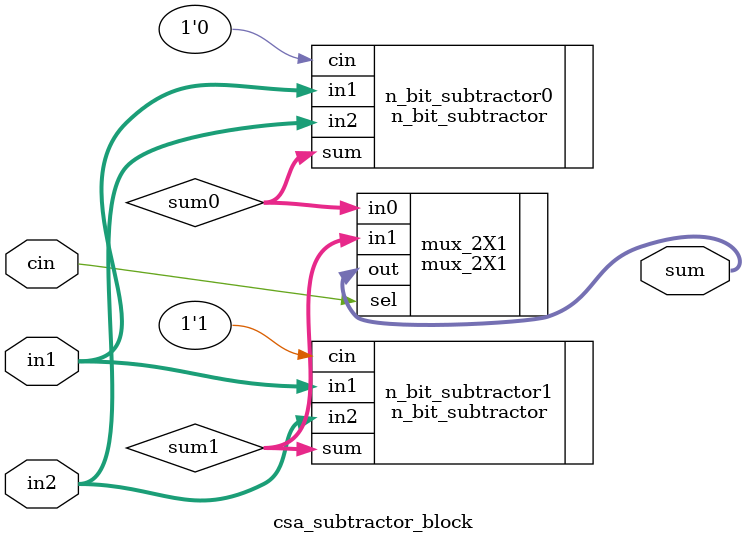
<source format=v>
module csa_subtractor_block (
input[1:0] in1 ,
input[1:0] in2 ,
input cin ,
output [2:0] sum
);

wire [2:0] sum0 ;
wire [2:0] sum1 ;

n_bit_subtractor #(
.IN_DATAWIDTH(2)
)
n_bit_subtractor0
(
 .in1(in1),
 .in2(in2),
 .cin(1'b0),
 .sum(sum0)
);


n_bit_subtractor #(
.IN_DATAWIDTH(2)
)
n_bit_subtractor1
(
 .in1(in1),
 .in2(in2),
 .cin(1'b1),
 .sum(sum1)
);

mux_2X1 #(
.DATA_WIDTH(3)
)
mux_2X1 
(
.in0(sum0),
.in1(sum1),
.sel(cin),
.out(sum)
);

endmodule

</source>
